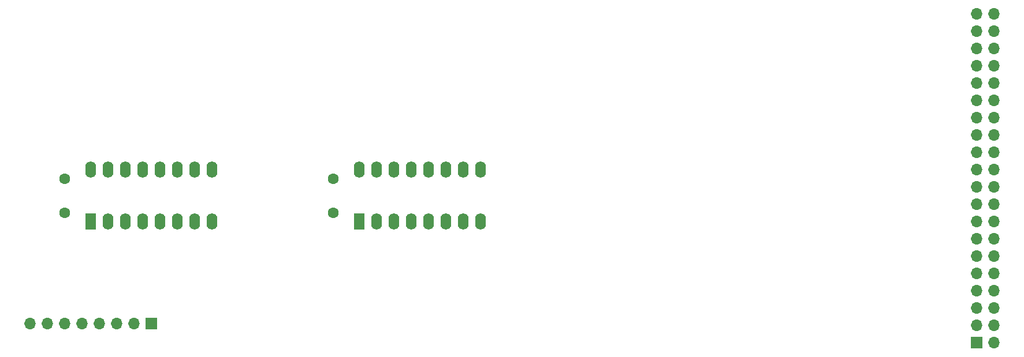
<source format=gbr>
%TF.GenerationSoftware,KiCad,Pcbnew,(6.0.1)*%
%TF.CreationDate,2022-03-28T18:22:40+02:00*%
%TF.ProjectId,InstructionRegister,496e7374-7275-4637-9469-6f6e52656769,rev?*%
%TF.SameCoordinates,Original*%
%TF.FileFunction,Soldermask,Top*%
%TF.FilePolarity,Negative*%
%FSLAX46Y46*%
G04 Gerber Fmt 4.6, Leading zero omitted, Abs format (unit mm)*
G04 Created by KiCad (PCBNEW (6.0.1)) date 2022-03-28 18:22:40*
%MOMM*%
%LPD*%
G01*
G04 APERTURE LIST*
%ADD10C,1.600000*%
%ADD11R,1.600000X2.400000*%
%ADD12O,1.600000X2.400000*%
%ADD13R,1.700000X1.700000*%
%ADD14O,1.700000X1.700000*%
G04 APERTURE END LIST*
D10*
%TO.C,C2*%
X31750000Y-50840000D03*
X31750000Y-55840000D03*
%TD*%
%TO.C,C1*%
X71120000Y-50880000D03*
X71120000Y-55880000D03*
%TD*%
D11*
%TO.C,U1*%
X74945000Y-57165000D03*
D12*
X77485000Y-57165000D03*
X80025000Y-57165000D03*
X82565000Y-57165000D03*
X85105000Y-57165000D03*
X87645000Y-57165000D03*
X90185000Y-57165000D03*
X92725000Y-57165000D03*
X92725000Y-49545000D03*
X90185000Y-49545000D03*
X87645000Y-49545000D03*
X85105000Y-49545000D03*
X82565000Y-49545000D03*
X80025000Y-49545000D03*
X77485000Y-49545000D03*
X74945000Y-49545000D03*
%TD*%
D13*
%TO.C,J2*%
X44450000Y-72160000D03*
D14*
X41910000Y-72160000D03*
X39370000Y-72160000D03*
X36830000Y-72160000D03*
X34290000Y-72160000D03*
X31750000Y-72160000D03*
X29210000Y-72160000D03*
X26670000Y-72160000D03*
%TD*%
D13*
%TO.C,J1*%
X165400000Y-74930000D03*
D14*
X167940000Y-74930000D03*
X165400000Y-72390000D03*
X167940000Y-72390000D03*
X165400000Y-69850000D03*
X167940000Y-69850000D03*
X165400000Y-67310000D03*
X167940000Y-67310000D03*
X165400000Y-64770000D03*
X167940000Y-64770000D03*
X165400000Y-62230000D03*
X167940000Y-62230000D03*
X165400000Y-59690000D03*
X167940000Y-59690000D03*
X165400000Y-57150000D03*
X167940000Y-57150000D03*
X165400000Y-54610000D03*
X167940000Y-54610000D03*
X165400000Y-52070000D03*
X167940000Y-52070000D03*
X165400000Y-49530000D03*
X167940000Y-49530000D03*
X165400000Y-46990000D03*
X167940000Y-46990000D03*
X165400000Y-44450000D03*
X167940000Y-44450000D03*
X165400000Y-41910000D03*
X167940000Y-41910000D03*
X165400000Y-39370000D03*
X167940000Y-39370000D03*
X165400000Y-36830000D03*
X167940000Y-36830000D03*
X165400000Y-34290000D03*
X167940000Y-34290000D03*
X165400000Y-31750000D03*
X167940000Y-31750000D03*
X165400000Y-29210000D03*
X167940000Y-29210000D03*
X165400000Y-26670000D03*
X167940000Y-26670000D03*
%TD*%
D11*
%TO.C,U2*%
X35560000Y-57150000D03*
D12*
X38100000Y-57150000D03*
X40640000Y-57150000D03*
X43180000Y-57150000D03*
X45720000Y-57150000D03*
X48260000Y-57150000D03*
X50800000Y-57150000D03*
X53340000Y-57150000D03*
X53340000Y-49530000D03*
X50800000Y-49530000D03*
X48260000Y-49530000D03*
X45720000Y-49530000D03*
X43180000Y-49530000D03*
X40640000Y-49530000D03*
X38100000Y-49530000D03*
X35560000Y-49530000D03*
%TD*%
M02*

</source>
